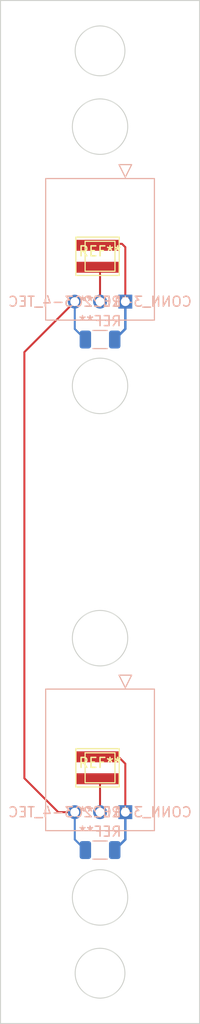
<source format=kicad_pcb>
(kicad_pcb (version 20211014) (generator pcbnew)
  (layers (0 "F.Cu" signal) (31 "B.Cu" signal) (34 "B.Paste" user) (35 "F.Paste" user) (36 "B.SilkS" user "B.Silkscreen") (37 "F.SilkS" user "F.Silkscreen") (38 "B.Mask" user) (39 "F.Mask" user) (44 "Edge.Cuts" user))
  (net 0 "")
  (footprint "SiPM:S14160-3015PS" (layer "F.Cu") (at 110 75.65)
    (fp_text reference "REF**" (at 0 -0.5 unlocked) (layer "F.SilkS"))
    (fp_text value "S14160-3015PS")
    (fp_line (start 1.925 -1.925) (end -2.425 -1.925) (layer "F.SilkS") (width 0.12))
    (fp_line (start -2.425 1.925) (end 1.925 1.925) (layer "F.SilkS") (width 0.12))
    (fp_line (start 1.925 -1.925) (end 1.925 1.925) (layer "F.SilkS") (width 0.12))
    (fp_line (start -2.425 1.925) (end -2.425 -1.925) (layer "F.SilkS") (width 0.12))
    (fp_rect (start -1.5 -1.5) (end 1.5 1.5) (layer "F.SilkS") (width 0.12) (fill none))
    (pad "1" smd rect (at -0.25 -1.1) (size 4.3 1.1) (layers "F.Cu" "F.Paste" "F.Mask"))
    (pad "2" smd rect (at -0.25 1.1) (size 4.3 1.1) (layers "F.Cu" "F.Paste" "F.Mask"))
  )
  (footprint "SiPM:S14160-3015PS" (layer "F.Cu") (at 110 126.95)
    (fp_text reference "REF**" (at 0 -0.5 unlocked) (layer "F.SilkS"))
    (fp_text value "S14160-3015PS")
    (fp_line (start 1.925 -1.925) (end -2.425 -1.925) (layer "F.SilkS") (width 0.12))
    (fp_line (start -2.425 1.925) (end -2.425 -1.925) (layer "F.SilkS") (width 0.12))
    (fp_line (start -2.425 1.925) (end 1.925 1.925) (layer "F.SilkS") (width 0.12))
    (fp_line (start 1.925 -1.925) (end 1.925 1.925) (layer "F.SilkS") (width 0.12))
    (fp_rect (start -1.5 -1.5) (end 1.5 1.5) (layer "F.SilkS") (width 0.12) (fill none))
    (pad "1" smd rect (at -0.25 -1.1) (size 4.3 1.1) (layers "F.Cu" "F.Paste" "F.Mask"))
    (pad "2" smd rect (at -0.25 1.1) (size 4.3 1.1) (layers "F.Cu" "F.Paste" "F.Mask"))
  )
  (footprint "Capacitor_SMD:C_1206_3216Metric" (layer "B.Cu") (at 110 84 180)
    (fp_text reference "REF**" (at 0 1.85) (layer "B.SilkS") (effects (justify mirror)))
    (fp_text value "C_1206_3216Metric")
    (fp_line (start -0.711252 0.91) (end 0.711252 0.91) (layer "B.SilkS") (width 0.12))
    (fp_line (start -0.711252 -0.91) (end 0.711252 -0.91) (layer "B.SilkS") (width 0.12))
    (pad "1" smd roundrect (at -1.475 0 180) (size 1.15 1.8) (layers "B.Cu" "B.Paste" "B.Mask") (roundrect_rratio 0.2173913043))
    (pad "2" smd roundrect (at 1.475 0 180) (size 1.15 1.8) (layers "B.Cu" "B.Paste" "B.Mask") (roundrect_rratio 0.2173913043))
  )
  (footprint "Capacitor_SMD:C_1206_3216Metric" (layer "B.Cu") (at 110 135.2 180)
    (fp_text reference "REF**" (at 0 1.85) (layer "B.SilkS") (effects (justify mirror)))
    (fp_text value "C_1206_3216Metric")
    (fp_line (start -0.711252 0.91) (end 0.711252 0.91) (layer "B.SilkS") (width 0.12))
    (fp_line (start -0.711252 -0.91) (end 0.711252 -0.91) (layer "B.SilkS") (width 0.12))
    (pad "1" smd roundrect (at -1.475 0 180) (size 1.15 1.8) (layers "B.Cu" "B.Paste" "B.Mask") (roundrect_rratio 0.2173913043))
    (pad "2" smd roundrect (at 1.475 0 180) (size 1.15 1.8) (layers "B.Cu" "B.Paste" "B.Mask") (roundrect_rratio 0.2173913043))
  )
  (footprint "AMPMODU:3-102203-4" (layer "B.Cu") (at 112.54 80.2 180)
    (fp_text reference "REF**" (at 2.54 0) (layer "B.SilkS") (effects (justify mirror)))
    (fp_text value "CONN_3-102203-4_TEC" (at 2.54 0) (layer "B.SilkS") (effects (justify mirror)))
    (fp_text user "*" (at 0 0) (layer "B.SilkS") (effects (justify mirror)))
    (fp_line (start 0 12.4714) (end -0.635 13.7414) (layer "B.SilkS") (width 0.12))
    (fp_line (start -2.921 -1.8542) (end 8.001 -1.8542) (layer "B.SilkS") (width 0.12))
    (fp_line (start 8.001 -1.8542) (end 8.001 12.3444) (layer "B.SilkS") (width 0.12))
    (fp_line (start -0.635 13.7414) (end 0.635 13.7414) (layer "B.SilkS") (width 0.12))
    (fp_line (start -2.921 12.3444) (end -2.921 -1.8542) (layer "B.SilkS") (width 0.12))
    (fp_line (start 8.001 12.3444) (end -2.921 12.3444) (layer "B.SilkS") (width 0.12))
    (fp_line (start 0.635 13.7414) (end 0 12.4714) (layer "B.SilkS") (width 0.12))
    (pad "1" thru_hole rect locked (at 0 0 180) (size 1.397 1.397) (drill 0.889) (layers *.Cu *.Mask))
    (pad "2" thru_hole circle locked (at 2.54 0 180) (size 1.397 1.397) (drill 0.889) (layers *.Cu *.Mask))
    (pad "3" thru_hole circle locked (at 5.08 0 180) (size 1.397 1.397) (drill 0.889) (layers *.Cu *.Mask))
  )
  (footprint "AMPMODU:3-102203-4" (layer "B.Cu") (at 112.54 131.4 180)
    (fp_text reference "REF**" (at 2.54 0) (layer "B.SilkS") (effects (justify mirror)))
    (fp_text value "CONN_3-102203-4_TEC" (at 2.54 0) (layer "B.SilkS") (effects (justify mirror)))
    (fp_text user "*" (at 0 0) (layer "B.SilkS") (effects (justify mirror)))
    (fp_line (start 8.001 12.3444) (end -2.921 12.3444) (layer "B.SilkS") (width 0.12))
    (fp_line (start 0 12.4714) (end -0.635 13.7414) (layer "B.SilkS") (width 0.12))
    (fp_line (start 0.635 13.7414) (end 0 12.4714) (layer "B.SilkS") (width 0.12))
    (fp_line (start 8.001 -1.8542) (end 8.001 12.3444) (layer "B.SilkS") (width 0.12))
    (fp_line (start -2.921 12.3444) (end -2.921 -1.8542) (layer "B.SilkS") (width 0.12))
    (fp_line (start -2.921 -1.8542) (end 8.001 -1.8542) (layer "B.SilkS") (width 0.12))
    (fp_line (start -0.635 13.7414) (end 0.635 13.7414) (layer "B.SilkS") (width 0.12))
    (pad "1" thru_hole rect locked (at 0 0 180) (size 1.397 1.397) (drill 0.889) (layers *.Cu *.Mask))
    (pad "2" thru_hole circle locked (at 2.54 0 180) (size 1.397 1.397) (drill 0.889) (layers *.Cu *.Mask))
    (pad "3" thru_hole circle locked (at 5.08 0 180) (size 1.397 1.397) (drill 0.889) (layers *.Cu *.Mask))
  )
  (gr_circle (center 110 88.65) (end 112.7815 88.65) (layer "Edge.Cuts") (width 0.1) (fill none))
  (gr_circle (center 110 139.95) (end 112.7815 139.95) (layer "Edge.Cuts") (width 0.1) (fill none))
  (gr_rect (start 100 50) (end 120 152.6) (layer "Edge.Cuts") (width 0.1) (fill none))
  (gr_circle (center 110 55.05) (end 112.5 55.05) (layer "Edge.Cuts") (width 0.1) (fill none))
  (gr_circle (center 110 62.65) (end 112.7815 62.65) (layer "Edge.Cuts") (width 0.1) (fill none))
  (gr_circle (center 110 113.95) (end 112.7815 113.95) (layer "Edge.Cuts") (width 0.1) (fill none))
  (gr_circle (center 110 147.55) (end 112.5 147.55) (layer "Edge.Cuts") (width 0.1) (fill none))
  (segment (start 107.46 131.4) (end 105.8 131.4) (width 0.2) (layer "F.Cu") (net 0))
  (segment (start 112.54 126.54) (end 112.54 131.4) (width 0.2) (layer "F.Cu") (net 0))
  (segment (start 102.4 128) (end 102.4 85.26) (width 0.2) (layer "F.Cu") (net 0))
  (segment (start 112.54 80.2) (end 112.54 74.74) (width 0.2) (layer "F.Cu") (net 0))
  (segment (start 112.2 74.4) (end 109.9 74.4) (width 0.2) (layer "F.Cu") (net 0))
  (segment (start 112.2 126.2) (end 112.54 126.54) (width 0.2) (layer "F.Cu") (net 0))
  (segment (start 110 128.3) (end 109.75 128.05) (width 0.2) (layer "F.Cu") (net 0))
  (segment (start 112.54 74.74) (end 112.2 74.4) (width 0.2) (layer "F.Cu") (net 0))
  (segment (start 110 80.2) (end 110 77) (width 0.2) (layer "F.Cu") (net 0))
  (segment (start 109.75 125.85) (end 111.85 125.85) (width 0.2) (layer "F.Cu") (net 0))
  (segment (start 111.85 125.85) (end 112.4 126.4) (width 0.2) (layer "F.Cu") (net 0))
  (segment (start 110 131.4) (end 110 128.3) (width 0.2) (layer "F.Cu") (net 0))
  (segment (start 110 77) (end 109.75 76.75) (width 0.2) (layer "F.Cu") (net 0))
  (segment (start 102.4 85.26) (end 107.46 80.2) (width 0.2) (layer "F.Cu") (net 0))
  (segment (start 109.9 74.4) (end 109.75 74.55) (width 0.2) (layer "F.Cu") (net 0))
  (segment (start 105.8 131.4) (end 102.4 128) (width 0.2) (layer "F.Cu") (net 0))
  (segment (start 111.475 84) (end 112.54 82.935) (width 0.25) (layer "B.Cu") (net 0))
  (segment (start 111.475 135.2) (end 112.54 134.135) (width 0.25) (layer "B.Cu") (net 0))
  (segment (start 107.46 131.4) (end 107.46 134.135) (width 0.2) (layer "B.Cu") (net 0))
  (segment (start 107.46 134.135) (end 108.525 135.2) (width 0.2) (layer "B.Cu") (net 0))
  (segment (start 112.54 134.135) (end 112.54 131.4) (width 0.25) (layer "B.Cu") (net 0))
  (segment (start 112.54 82.935) (end 112.54 80.2) (width 0.25) (layer "B.Cu") (net 0))
  (segment (start 107.46 80.2) (end 107.46 82.935) (width 0.2) (layer "B.Cu") (net 0))
  (segment (start 107.46 82.935) (end 108.525 84) (width 0.2) (layer "B.Cu") (net 0))
)
</source>
